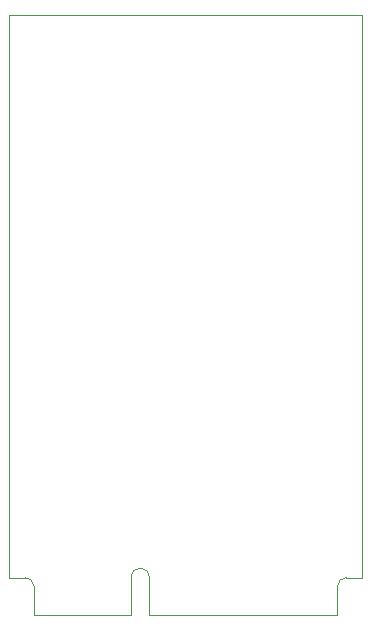
<source format=gbr>
%TF.GenerationSoftware,KiCad,Pcbnew,(6.0.1)*%
%TF.CreationDate,2022-01-21T21:00:35+01:00*%
%TF.ProjectId,apu-m2,6170752d-6d32-42e6-9b69-6361645f7063,rev?*%
%TF.SameCoordinates,Original*%
%TF.FileFunction,Profile,NP*%
%FSLAX46Y46*%
G04 Gerber Fmt 4.6, Leading zero omitted, Abs format (unit mm)*
G04 Created by KiCad (PCBNEW (6.0.1)) date 2022-01-21 21:00:35*
%MOMM*%
%LPD*%
G01*
G04 APERTURE LIST*
%TA.AperFunction,Profile*%
%ADD10C,0.100000*%
%TD*%
G04 APERTURE END LIST*
D10*
%TO.C,J1*%
X127775000Y-103200000D02*
X127775000Y-100750000D01*
X100000000Y-52400000D02*
X129850000Y-52400000D01*
X111825000Y-99950000D02*
X111825000Y-103200000D01*
X100000000Y-100000000D02*
X101325000Y-100000000D01*
X102075000Y-103200000D02*
X102075000Y-100750000D01*
X129850000Y-100000000D02*
X129850000Y-52400000D01*
X111825000Y-103200000D02*
X127775000Y-103200000D01*
X100000000Y-100000000D02*
X100000000Y-52400000D01*
X110325000Y-103200000D02*
X102075000Y-103200000D01*
X128525000Y-100000000D02*
X129850000Y-100000000D01*
X110325000Y-99950000D02*
X110325000Y-103200000D01*
X111825000Y-99950000D02*
G75*
G03*
X110325000Y-99950000I-750000J0D01*
G01*
X128525000Y-100000000D02*
G75*
G03*
X127775000Y-100750000I0J-750000D01*
G01*
X102075000Y-100750000D02*
G75*
G03*
X101325000Y-100000000I-750000J0D01*
G01*
%TD*%
M02*

</source>
